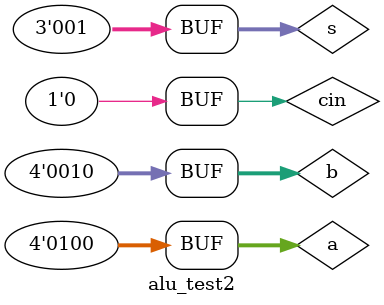
<source format=v>
`timescale 1ns / 1ps


module alu_test2;

	// Inputs
	reg [3:0] a;
	reg [3:0] b;
	reg cin;
	reg [2:0] s;

	// Outputs
	wire co;
	wire [3:0] out;

	// Instantiate the Unit Under Test (UUT)
	alu uut (
		.a(a), 
		.b(b), 
		.cin(cin), 
		.s(s), 
		.co(co), 
		.out(out)
	);

	initial begin
		// Initialize Inputs
		a = 4;
		b = 2;
		cin = 0;
		s = 0;

		// Wait 100 ns for global reset to finish
		#100;
		
		a = 4;
		b = 2;
		cin = 0;
		s = 1;

		// Wait 100 ns for global reset to finish
		#100;

        
		// Add stimulus here

	end
      
endmodule


</source>
